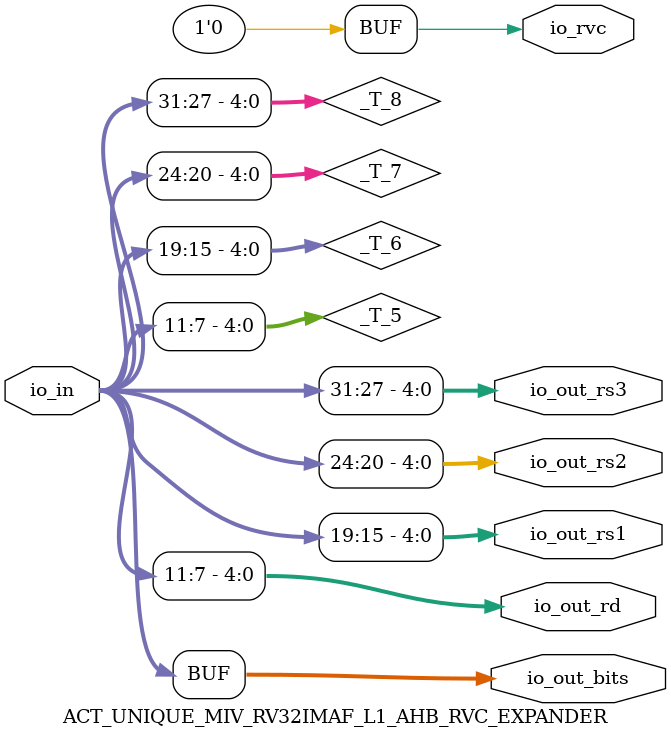
<source format=v>
`define RANDOMIZE
`timescale 1ns/10ps
module ACT_UNIQUE_MIV_RV32IMAF_L1_AHB_RVC_EXPANDER(
  input  [31:0] io_in,
  output [31:0] io_out_bits,
  output [4:0]  io_out_rd,
  output [4:0]  io_out_rs1,
  output [4:0]  io_out_rs2,
  output [4:0]  io_out_rs3,
  output        io_rvc
);
  wire [4:0] _T_5;
  wire [4:0] _T_6;
  wire [4:0] _T_7;
  wire [4:0] _T_8;
  assign io_out_bits = io_in;
  assign io_out_rd = _T_5;
  assign io_out_rs1 = _T_6;
  assign io_out_rs2 = _T_7;
  assign io_out_rs3 = _T_8;
  assign io_rvc = 1'h0;
  assign _T_5 = io_in[11:7];
  assign _T_6 = io_in[19:15];
  assign _T_7 = io_in[24:20];
  assign _T_8 = io_in[31:27];
endmodule

</source>
